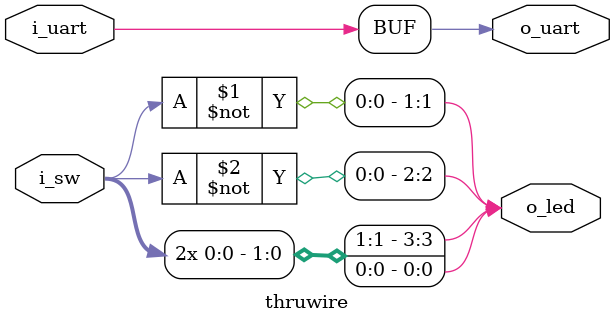
<source format=v>
`default_nettype none

module thruwire(
	/* input wire i_btn, */
	input wire i_sw,
	input wire i_uart,
	output wire [3:0] o_led,
	output wire o_uart
);

	// exercise 1: control LEDs with switch 0
	assign o_led[0] = i_sw;
	assign o_led[1] = ~i_sw;
	assign o_led[2] = ~i_sw;
	assign o_led[3] = i_sw;

	// exercise 2: echo incoming UART traffic
	assign o_uart = i_uart;

endmodule

`default_nettype wire

</source>
